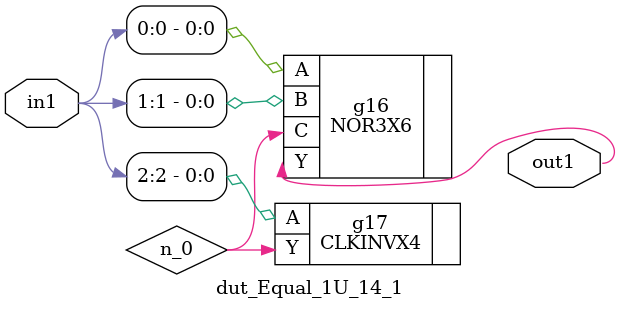
<source format=v>
`timescale 1ps / 1ps


module dut_Equal_1U_14_1(in1, out1);
  input [2:0] in1;
  output out1;
  wire [2:0] in1;
  wire out1;
  wire n_0;
  NOR3X6 g16(.A (in1[0]), .B (in1[1]), .C (n_0), .Y (out1));
  CLKINVX4 g17(.A (in1[2]), .Y (n_0));
endmodule



</source>
